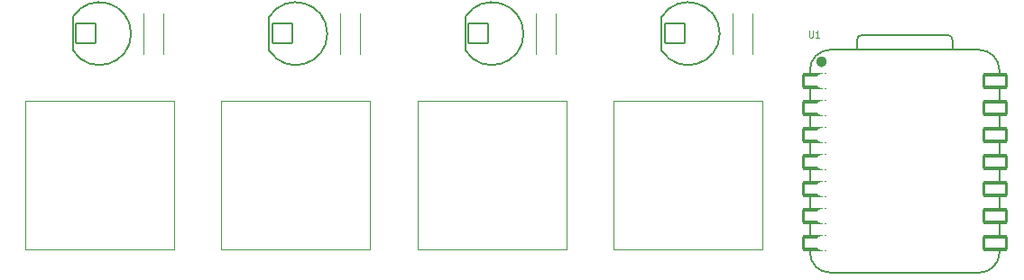
<source format=gto>
%TF.GenerationSoftware,KiCad,Pcbnew,9.0.6*%
%TF.CreationDate,2025-11-26T17:33:25+00:00*%
%TF.ProjectId,keyfrick,6b657966-7269-4636-9b2e-6b696361645f,rev?*%
%TF.SameCoordinates,Original*%
%TF.FileFunction,Legend,Top*%
%TF.FilePolarity,Positive*%
%FSLAX46Y46*%
G04 Gerber Fmt 4.6, Leading zero omitted, Abs format (unit mm)*
G04 Created by KiCad (PCBNEW 9.0.6) date 2025-11-26 17:33:25*
%MOMM*%
%LPD*%
G01*
G04 APERTURE LIST*
G04 Aperture macros list*
%AMRoundRect*
0 Rectangle with rounded corners*
0 $1 Rounding radius*
0 $2 $3 $4 $5 $6 $7 $8 $9 X,Y pos of 4 corners*
0 Add a 4 corners polygon primitive as box body*
4,1,4,$2,$3,$4,$5,$6,$7,$8,$9,$2,$3,0*
0 Add four circle primitives for the rounded corners*
1,1,$1+$1,$2,$3*
1,1,$1+$1,$4,$5*
1,1,$1+$1,$6,$7*
1,1,$1+$1,$8,$9*
0 Add four rect primitives between the rounded corners*
20,1,$1+$1,$2,$3,$4,$5,0*
20,1,$1+$1,$4,$5,$6,$7,0*
20,1,$1+$1,$6,$7,$8,$9,0*
20,1,$1+$1,$8,$9,$2,$3,0*%
G04 Aperture macros list end*
%ADD10C,0.101600*%
%ADD11C,0.127000*%
%ADD12C,0.120000*%
%ADD13C,0.100000*%
%ADD14C,0.504000*%
%ADD15C,2.019000*%
%ADD16RoundRect,0.102000X-0.907500X-0.907500X0.907500X-0.907500X0.907500X0.907500X-0.907500X0.907500X0*%
%ADD17C,1.400000*%
%ADD18C,1.700000*%
%ADD19C,4.000000*%
%ADD20C,2.200000*%
%ADD21RoundRect,0.152400X1.063600X0.609600X-1.063600X0.609600X-1.063600X-0.609600X1.063600X-0.609600X0*%
%ADD22C,1.524000*%
%ADD23RoundRect,0.152400X-1.063600X-0.609600X1.063600X-0.609600X1.063600X0.609600X-1.063600X0.609600X0*%
G04 APERTURE END LIST*
D10*
X152941190Y-47343479D02*
X152941190Y-47857526D01*
X152941190Y-47857526D02*
X152971428Y-47918002D01*
X152971428Y-47918002D02*
X153001666Y-47948241D01*
X153001666Y-47948241D02*
X153062142Y-47978479D01*
X153062142Y-47978479D02*
X153183095Y-47978479D01*
X153183095Y-47978479D02*
X153243571Y-47948241D01*
X153243571Y-47948241D02*
X153273809Y-47918002D01*
X153273809Y-47918002D02*
X153304047Y-47857526D01*
X153304047Y-47857526D02*
X153304047Y-47343479D01*
X153939047Y-47978479D02*
X153576190Y-47978479D01*
X153757618Y-47978479D02*
X153757618Y-47343479D01*
X153757618Y-47343479D02*
X153697142Y-47434193D01*
X153697142Y-47434193D02*
X153636666Y-47494669D01*
X153636666Y-47494669D02*
X153576190Y-47524907D01*
D11*
%TO.C,D2*%
X102275000Y-46059000D02*
X102275000Y-49191000D01*
X102275000Y-46059000D02*
G75*
G02*
X102275000Y-49191000I2506124J-1566000D01*
G01*
D12*
%TO.C,R4*%
X145765000Y-45705000D02*
X145765000Y-49545000D01*
X147605000Y-45705000D02*
X147605000Y-49545000D01*
%TO.C,SW4*%
X134620000Y-53975000D02*
X148590000Y-53975000D01*
X134620000Y-67945000D02*
X134620000Y-53975000D01*
X148590000Y-53975000D02*
X148590000Y-67945000D01*
X148590000Y-67945000D02*
X134620000Y-67945000D01*
%TO.C,SW2*%
X97790000Y-53975000D02*
X111760000Y-53975000D01*
X97790000Y-67945000D02*
X97790000Y-53975000D01*
X111760000Y-53975000D02*
X111760000Y-67945000D01*
X111760000Y-67945000D02*
X97790000Y-67945000D01*
D11*
%TO.C,D1*%
X83860000Y-46059000D02*
X83860000Y-49191000D01*
X83860000Y-46059000D02*
G75*
G02*
X83860000Y-49191000I2506124J-1566000D01*
G01*
D12*
%TO.C,R2*%
X108935000Y-45705000D02*
X108935000Y-49545000D01*
X110775000Y-45705000D02*
X110775000Y-49545000D01*
%TO.C,R1*%
X90520000Y-45705000D02*
X90520000Y-49545000D01*
X92360000Y-45705000D02*
X92360000Y-49545000D01*
%TO.C,R3*%
X127350000Y-45705000D02*
X127350000Y-49545000D01*
X129190000Y-45705000D02*
X129190000Y-49545000D01*
%TO.C,SW3*%
X116205000Y-53975000D02*
X130175000Y-53975000D01*
X116205000Y-67945000D02*
X116205000Y-53975000D01*
X130175000Y-53975000D02*
X130175000Y-67945000D01*
X130175000Y-67945000D02*
X116205000Y-67945000D01*
D11*
%TO.C,D3*%
X120690000Y-46059000D02*
X120690000Y-49191000D01*
X120690000Y-46059000D02*
G75*
G02*
X120690000Y-49191000I2506124J-1566000D01*
G01*
D12*
%TO.C,SW1*%
X79375000Y-53975000D02*
X93345000Y-53975000D01*
X79375000Y-67945000D02*
X79375000Y-53975000D01*
X93345000Y-53975000D02*
X93345000Y-67945000D01*
X93345000Y-67945000D02*
X79375000Y-67945000D01*
D11*
%TO.C,D4*%
X139105000Y-46059000D02*
X139105000Y-49191000D01*
X139105000Y-46059000D02*
G75*
G02*
X139105000Y-49191000I2506124J-1566000D01*
G01*
%TO.C,U1*%
X153035000Y-68199000D02*
X153035000Y-51054000D01*
X154940000Y-70104000D02*
X168910000Y-70104000D01*
X157430000Y-49149000D02*
X157433728Y-48238728D01*
X157933728Y-47739000D02*
X165929000Y-47739000D01*
X166429000Y-48239000D02*
X166429000Y-49149000D01*
D13*
X168910000Y-49149000D02*
X154940000Y-49149000D01*
D11*
X168910000Y-49149000D02*
X154940000Y-49149000D01*
X170815000Y-68199000D02*
X170815000Y-51054000D01*
X153035000Y-51054000D02*
G75*
G02*
X154940000Y-49149000I1905001J-1D01*
G01*
X154940000Y-70104000D02*
G75*
G02*
X153035000Y-68199000I1J1905001D01*
G01*
X157433728Y-48238728D02*
G75*
G02*
X157933728Y-47739001I500018J-291D01*
G01*
X165929000Y-47739000D02*
G75*
G02*
X166429000Y-48239000I0J-500000D01*
G01*
X168910000Y-49149000D02*
G75*
G02*
X170815000Y-51054000I0J-1905000D01*
G01*
X170815000Y-68199000D02*
G75*
G02*
X168910000Y-70104000I-1905000J0D01*
G01*
D14*
X154370000Y-50270000D02*
G75*
G02*
X153866000Y-50270000I-252000J0D01*
G01*
X153866000Y-50270000D02*
G75*
G02*
X154370000Y-50270000I252000J0D01*
G01*
%TD*%
%LPC*%
D15*
%TO.C,D2*%
X106045000Y-47625000D03*
D16*
X103505000Y-47625000D03*
%TD*%
D17*
%TO.C,R4*%
X146685000Y-45085000D03*
X146685000Y-50165000D03*
%TD*%
D18*
%TO.C,SW4*%
X136525000Y-60960000D03*
D19*
X141605000Y-60960000D03*
D18*
X146685000Y-60960000D03*
D20*
X144145000Y-55880000D03*
X137795000Y-58420000D03*
%TD*%
D18*
%TO.C,SW2*%
X99695000Y-60960000D03*
D19*
X104775000Y-60960000D03*
D18*
X109855000Y-60960000D03*
D20*
X107315000Y-55880000D03*
X100965000Y-58420000D03*
%TD*%
D15*
%TO.C,D1*%
X87630000Y-47625000D03*
D16*
X85090000Y-47625000D03*
%TD*%
D17*
%TO.C,R2*%
X109855000Y-45085000D03*
X109855000Y-50165000D03*
%TD*%
%TO.C,R1*%
X91440000Y-45085000D03*
X91440000Y-50165000D03*
%TD*%
%TO.C,R3*%
X128270000Y-45085000D03*
X128270000Y-50165000D03*
%TD*%
D18*
%TO.C,SW3*%
X118110000Y-60960000D03*
D19*
X123190000Y-60960000D03*
D18*
X128270000Y-60960000D03*
D20*
X125730000Y-55880000D03*
X119380000Y-58420000D03*
%TD*%
D15*
%TO.C,D3*%
X124460000Y-47625000D03*
D16*
X121920000Y-47625000D03*
%TD*%
D18*
%TO.C,SW1*%
X81280000Y-60960000D03*
D19*
X86360000Y-60960000D03*
D18*
X91440000Y-60960000D03*
D20*
X88900000Y-55880000D03*
X82550000Y-58420000D03*
%TD*%
D15*
%TO.C,D4*%
X142875000Y-47625000D03*
D16*
X140335000Y-47625000D03*
%TD*%
D21*
%TO.C,U1*%
X153470000Y-52070000D03*
D22*
X154305000Y-52070000D03*
D21*
X153470000Y-54610000D03*
D22*
X154305000Y-54610000D03*
D21*
X153470000Y-57150000D03*
D22*
X154305000Y-57150000D03*
D21*
X153470000Y-59690000D03*
D22*
X154305000Y-59690000D03*
D21*
X153470000Y-62230000D03*
D22*
X154305000Y-62230000D03*
D21*
X153470000Y-64770000D03*
D22*
X154305000Y-64770000D03*
D21*
X153470000Y-67310000D03*
D22*
X154305000Y-67310000D03*
X169545000Y-67310000D03*
D23*
X170380000Y-67310000D03*
D22*
X169545000Y-64770000D03*
D23*
X170380000Y-64770000D03*
D22*
X169545000Y-62230000D03*
D23*
X170380000Y-62230000D03*
D22*
X169545000Y-59690000D03*
D23*
X170380000Y-59690000D03*
D22*
X169545000Y-57150000D03*
D23*
X170380000Y-57150000D03*
D22*
X169545000Y-54610000D03*
D23*
X170380000Y-54610000D03*
D22*
X169545000Y-52070000D03*
D23*
X170380000Y-52070000D03*
%TD*%
%LPD*%
M02*

</source>
